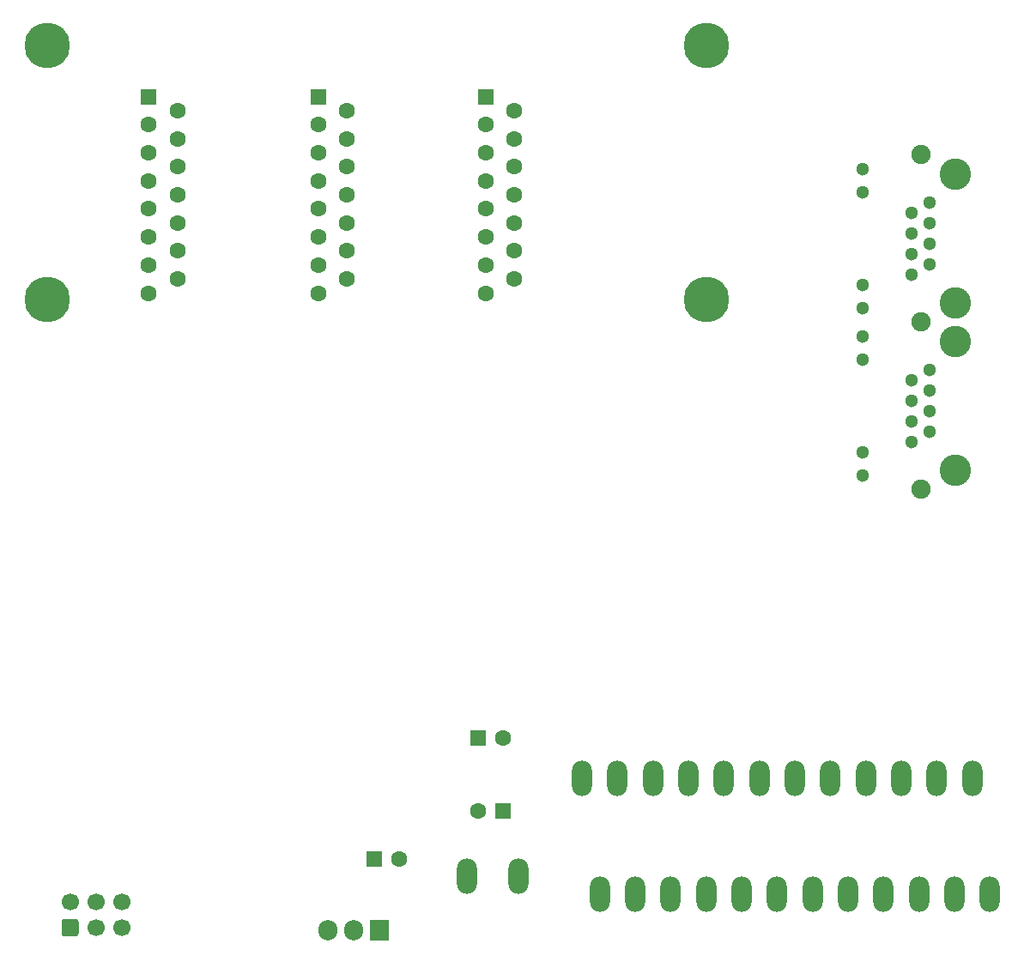
<source format=gbr>
%TF.GenerationSoftware,KiCad,Pcbnew,(5.1.9)-1*%
%TF.CreationDate,2021-06-23T22:51:48+02:00*%
%TF.ProjectId,EndatDecoder,456e6461-7444-4656-936f-6465722e6b69,rev?*%
%TF.SameCoordinates,Original*%
%TF.FileFunction,Soldermask,Bot*%
%TF.FilePolarity,Negative*%
%FSLAX46Y46*%
G04 Gerber Fmt 4.6, Leading zero omitted, Abs format (unit mm)*
G04 Created by KiCad (PCBNEW (5.1.9)-1) date 2021-06-23 22:51:48*
%MOMM*%
%LPD*%
G01*
G04 APERTURE LIST*
%ADD10C,1.700000*%
%ADD11C,4.500000*%
%ADD12O,2.000000X3.500000*%
%ADD13C,1.600000*%
%ADD14R,1.600000X1.600000*%
%ADD15C,1.300000*%
%ADD16C,1.900000*%
%ADD17C,3.100000*%
%ADD18R,1.905000X2.000000*%
%ADD19O,1.905000X2.000000*%
G04 APERTURE END LIST*
D10*
%TO.C,J13*%
X62330000Y-172460000D03*
X59790000Y-172460000D03*
X57250000Y-172460000D03*
X62330000Y-175000000D03*
X59790000Y-175000000D03*
G36*
G01*
X57850000Y-175850000D02*
X56650000Y-175850000D01*
G75*
G02*
X56400000Y-175600000I0J250000D01*
G01*
X56400000Y-174400000D01*
G75*
G02*
X56650000Y-174150000I250000J0D01*
G01*
X57850000Y-174150000D01*
G75*
G02*
X58100000Y-174400000I0J-250000D01*
G01*
X58100000Y-175600000D01*
G75*
G02*
X57850000Y-175850000I-250000J0D01*
G01*
G37*
%TD*%
D11*
%TO.C,U22*%
X120000000Y-113000000D03*
%TD*%
%TO.C,U21*%
X55000000Y-88000000D03*
%TD*%
%TO.C,U20*%
X120000000Y-88000000D03*
%TD*%
%TO.C,U19*%
X55000000Y-113000000D03*
%TD*%
D12*
%TO.C,J12*%
X148000000Y-171700000D03*
X146250000Y-160300000D03*
X144500000Y-171700000D03*
X142750000Y-160300000D03*
%TD*%
%TO.C,J11*%
X141000000Y-171700000D03*
X139250000Y-160300000D03*
X137500000Y-171700000D03*
X135750000Y-160300000D03*
%TD*%
%TO.C,J10*%
X134000000Y-171700000D03*
X132250000Y-160300000D03*
X130500000Y-171700000D03*
X128750000Y-160300000D03*
%TD*%
%TO.C,J6*%
X127000000Y-171700000D03*
X125250000Y-160300000D03*
X123500000Y-171700000D03*
X121750000Y-160300000D03*
%TD*%
%TO.C,J5*%
X120000000Y-171700000D03*
X118250000Y-160300000D03*
X116500000Y-171700000D03*
X114750000Y-160300000D03*
%TD*%
%TO.C,J4*%
X113000000Y-171700000D03*
X111250000Y-160300000D03*
X109500000Y-171700000D03*
X107750000Y-160300000D03*
%TD*%
D13*
%TO.C,C3*%
X100000000Y-156250000D03*
D14*
X97500000Y-156250000D03*
%TD*%
D13*
%TO.C,C2*%
X89750000Y-168250000D03*
D14*
X87250000Y-168250000D03*
%TD*%
D13*
%TO.C,C1*%
X97500000Y-163500000D03*
D14*
X100000000Y-163500000D03*
%TD*%
D12*
%TO.C,J1*%
X101450000Y-169900000D03*
X96370000Y-169900000D03*
%TD*%
D15*
%TO.C,J2*%
X135420000Y-116640000D03*
X135420000Y-118930000D03*
X135420000Y-128070000D03*
X135420000Y-130360000D03*
X140280000Y-127070000D03*
X142060000Y-126050000D03*
X140280000Y-125030000D03*
X142060000Y-124010000D03*
X140280000Y-122990000D03*
X142060000Y-121970000D03*
X140280000Y-120950000D03*
X142060000Y-119930000D03*
D16*
X141170000Y-115250000D03*
X141170000Y-131750000D03*
D17*
X144600000Y-117150000D03*
X144600000Y-129850000D03*
%TD*%
D15*
%TO.C,J3*%
X135420000Y-100140000D03*
X135420000Y-102430000D03*
X135420000Y-111570000D03*
X135420000Y-113860000D03*
X140280000Y-110570000D03*
X142060000Y-109550000D03*
X140280000Y-108530000D03*
X142060000Y-107510000D03*
X140280000Y-106490000D03*
X142060000Y-105470000D03*
X140280000Y-104450000D03*
X142060000Y-103430000D03*
D16*
X141170000Y-98750000D03*
X141170000Y-115250000D03*
D17*
X144600000Y-100650000D03*
X144600000Y-113350000D03*
%TD*%
D13*
%TO.C,J7*%
X67840000Y-111005000D03*
X67840000Y-108235000D03*
X67840000Y-105465000D03*
X67840000Y-102695000D03*
X67840000Y-99925000D03*
X67840000Y-97155000D03*
X67840000Y-94385000D03*
X65000000Y-112390000D03*
X65000000Y-109620000D03*
X65000000Y-106850000D03*
X65000000Y-104080000D03*
X65000000Y-101310000D03*
X65000000Y-98540000D03*
X65000000Y-95770000D03*
D14*
X65000000Y-93000000D03*
%TD*%
%TO.C,J8*%
X81750000Y-93000000D03*
D13*
X81750000Y-95770000D03*
X81750000Y-98540000D03*
X81750000Y-101310000D03*
X81750000Y-104080000D03*
X81750000Y-106850000D03*
X81750000Y-109620000D03*
X81750000Y-112390000D03*
X84590000Y-94385000D03*
X84590000Y-97155000D03*
X84590000Y-99925000D03*
X84590000Y-102695000D03*
X84590000Y-105465000D03*
X84590000Y-108235000D03*
X84590000Y-111005000D03*
%TD*%
D14*
%TO.C,J9*%
X98250000Y-93000000D03*
D13*
X98250000Y-95770000D03*
X98250000Y-98540000D03*
X98250000Y-101310000D03*
X98250000Y-104080000D03*
X98250000Y-106850000D03*
X98250000Y-109620000D03*
X98250000Y-112390000D03*
X101090000Y-94385000D03*
X101090000Y-97155000D03*
X101090000Y-99925000D03*
X101090000Y-102695000D03*
X101090000Y-105465000D03*
X101090000Y-108235000D03*
X101090000Y-111005000D03*
%TD*%
D18*
%TO.C,U1*%
X87750000Y-175250000D03*
D19*
X85210000Y-175250000D03*
X82670000Y-175250000D03*
%TD*%
M02*

</source>
